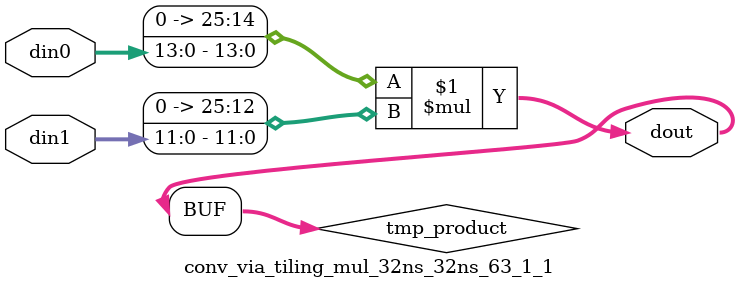
<source format=v>

`timescale 1 ns / 1 ps

 module conv_via_tiling_mul_32ns_32ns_63_1_1(din0, din1, dout);
parameter ID = 1;
parameter NUM_STAGE = 0;
parameter din0_WIDTH = 14;
parameter din1_WIDTH = 12;
parameter dout_WIDTH = 26;

input [din0_WIDTH - 1 : 0] din0; 
input [din1_WIDTH - 1 : 0] din1; 
output [dout_WIDTH - 1 : 0] dout;

wire signed [dout_WIDTH - 1 : 0] tmp_product;
























assign tmp_product = $signed({1'b0, din0}) * $signed({1'b0, din1});











assign dout = tmp_product;





















endmodule

</source>
